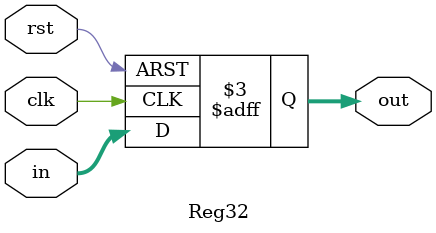
<source format=v>
module Reg32(clk, rst, in, out);
input clk, rst;
input [31:0] in;
output reg [31:0] out;

    always @(posedge clk , posedge rst) begin
        if(rst == 1'b1)
            out <= 32'b0;
        else
            out <= in;
    end

endmodule
</source>
